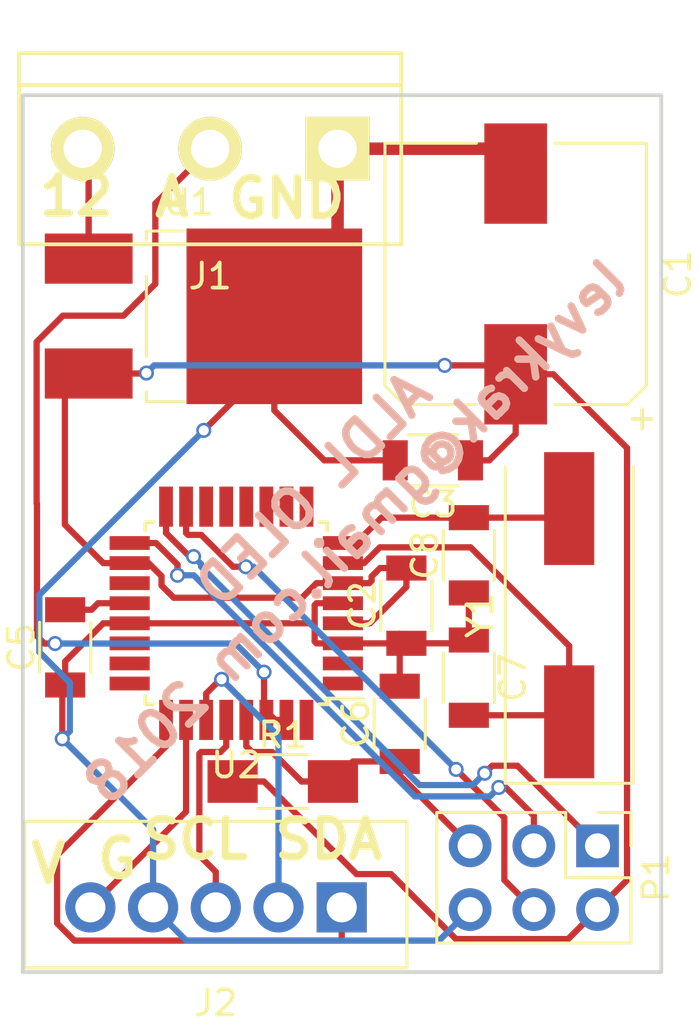
<source format=kicad_pcb>
(kicad_pcb (version 20171130) (host pcbnew "(5.0.2)-1")

  (general
    (thickness 1.6)
    (drawings 13)
    (tracks 193)
    (zones 0)
    (modules 14)
    (nets 16)
  )

  (page A4)
  (layers
    (0 F.Cu signal)
    (31 B.Cu signal)
    (32 B.Adhes user)
    (33 F.Adhes user)
    (34 B.Paste user)
    (35 F.Paste user)
    (36 B.SilkS user)
    (37 F.SilkS user)
    (38 B.Mask user)
    (39 F.Mask user)
    (40 Dwgs.User user)
    (41 Cmts.User user)
    (42 Eco1.User user)
    (43 Eco2.User user)
    (44 Edge.Cuts user)
    (45 Margin user)
    (46 B.CrtYd user)
    (47 F.CrtYd user)
    (48 B.Fab user)
    (49 F.Fab user)
  )

  (setup
    (last_trace_width 0.25)
    (trace_clearance 0.2)
    (zone_clearance 0.508)
    (zone_45_only no)
    (trace_min 0.2)
    (segment_width 0.2)
    (edge_width 0.15)
    (via_size 0.6)
    (via_drill 0.4)
    (via_min_size 0.4)
    (via_min_drill 0.3)
    (uvia_size 0.3)
    (uvia_drill 0.1)
    (uvias_allowed no)
    (uvia_min_size 0.2)
    (uvia_min_drill 0.1)
    (pcb_text_width 0.3)
    (pcb_text_size 1.5 1.5)
    (mod_edge_width 0.15)
    (mod_text_size 1 1)
    (mod_text_width 0.15)
    (pad_size 1.524 1.524)
    (pad_drill 0.762)
    (pad_to_mask_clearance 0.2)
    (solder_mask_min_width 0.25)
    (aux_axis_origin 0 0)
    (visible_elements 7FFFEFFF)
    (pcbplotparams
      (layerselection 0x01fff_80000001)
      (usegerberextensions false)
      (usegerberattributes false)
      (usegerberadvancedattributes false)
      (creategerberjobfile false)
      (excludeedgelayer true)
      (linewidth 0.100000)
      (plotframeref false)
      (viasonmask false)
      (mode 1)
      (useauxorigin false)
      (hpglpennumber 1)
      (hpglpenspeed 20)
      (hpglpendiameter 15.000000)
      (psnegative false)
      (psa4output false)
      (plotreference true)
      (plotvalue true)
      (plotinvisibletext false)
      (padsonsilk false)
      (subtractmaskfromsilk false)
      (outputformat 1)
      (mirror false)
      (drillshape 0)
      (scaleselection 1)
      (outputdirectory "gerber/"))
  )

  (net 0 "")
  (net 1 +12V)
  (net 2 GND)
  (net 3 +5V)
  (net 4 "Net-(C5-Pad2)")
  (net 5 RST)
  (net 6 "Net-(C7-Pad2)")
  (net 7 "Net-(C8-Pad2)")
  (net 8 /ALDL)
  (net 9 /OLED2_PWR)
  (net 10 /SDA)
  (net 11 /SCL)
  (net 12 /OLED_PWR)
  (net 13 MISO)
  (net 14 SCK)
  (net 15 MOSI)

  (net_class Default "To jest domyślna klasa połączeń."
    (clearance 0.2)
    (trace_width 0.25)
    (via_dia 0.6)
    (via_drill 0.4)
    (uvia_dia 0.3)
    (uvia_drill 0.1)
    (add_net +12V)
    (add_net +5V)
    (add_net /ALDL)
    (add_net /OLED2_PWR)
    (add_net /OLED_PWR)
    (add_net /SCL)
    (add_net /SDA)
    (add_net GND)
    (add_net MISO)
    (add_net MOSI)
    (add_net "Net-(C5-Pad2)")
    (add_net "Net-(C7-Pad2)")
    (add_net "Net-(C8-Pad2)")
    (add_net RST)
    (add_net SCK)
  )

  (module TO_SOT_Packages_SMD:TO-252-2_Rectifier (layer F.Cu) (tedit 59007EE9) (tstamp 5BED7227)
    (at 109.6137 57.4294)
    (descr TO-252-2)
    (tags "TO-252-2 Rectifier")
    (path /5BED7AE2)
    (attr smd)
    (fp_text reference U1 (at -0.575 -4.55) (layer F.SilkS)
      (effects (font (size 1 1) (thickness 0.15)))
    )
    (fp_text value LM7805 (at -0.625 4.8) (layer F.Fab)
      (effects (font (size 1 1) (thickness 0.15)))
    )
    (fp_text user %R (at -0.05 0) (layer F.Fab)
      (effects (font (size 1 1) (thickness 0.15)))
    )
    (fp_line (start -2.275 -3.05) (end -2.275 -3.4) (layer F.SilkS) (width 0.12))
    (fp_line (start -2.275 -3.4) (end -0.775 -3.4) (layer F.SilkS) (width 0.12))
    (fp_line (start -2.275 1.6) (end -2.275 -1.6) (layer F.SilkS) (width 0.12))
    (fp_line (start -0.775 3.4) (end -2.275 3.4) (layer F.SilkS) (width 0.12))
    (fp_line (start -2.275 3.4) (end -2.275 3) (layer F.SilkS) (width 0.12))
    (fp_line (start 3.805 -2.71) (end 5.005 -2.71) (layer F.Fab) (width 0.1))
    (fp_line (start 5.005 -2.71) (end 5.005 2.71) (layer F.Fab) (width 0.1))
    (fp_line (start 5.005 2.71) (end 3.795 2.71) (layer F.Fab) (width 0.1))
    (fp_line (start -2.195 1.73) (end -5.105 1.73) (layer F.Fab) (width 0.1))
    (fp_line (start -5.105 2.87) (end -2.195 2.87) (layer F.Fab) (width 0.1))
    (fp_line (start -5.105 1.73) (end -5.105 2.87) (layer F.Fab) (width 0.1))
    (fp_line (start -5.105 -2.87) (end -5.105 -1.73) (layer F.Fab) (width 0.1))
    (fp_line (start -5.105 -1.73) (end -2.195 -1.73) (layer F.Fab) (width 0.1))
    (fp_line (start -2.195 -2.87) (end -5.105 -2.87) (layer F.Fab) (width 0.1))
    (fp_line (start -2.195 3.35) (end 3.795 3.35) (layer F.Fab) (width 0.1))
    (fp_line (start 3.795 3.35) (end 3.795 -3.35) (layer F.Fab) (width 0.1))
    (fp_line (start 3.795 -3.35) (end -2.195 -3.35) (layer F.Fab) (width 0.1))
    (fp_line (start -2.195 3.35) (end -2.195 -3.35) (layer F.Fab) (width 0.1))
    (fp_line (start 6.58 -3.75) (end 6.58 3.75) (layer F.CrtYd) (width 0.05))
    (fp_line (start 6.58 -3.75) (end -6.58 -3.75) (layer F.CrtYd) (width 0.05))
    (fp_line (start -6.58 3.75) (end 6.58 3.75) (layer F.CrtYd) (width 0.05))
    (fp_line (start -6.58 3.75) (end -6.58 -3.75) (layer F.CrtYd) (width 0.05))
    (pad 1 smd rect (at -4.575 -2.3 270) (size 2 3.5) (layers F.Cu F.Paste F.Mask)
      (net 1 +12V))
    (pad 3 smd rect (at -4.575 2.28 270) (size 2 3.5) (layers F.Cu F.Paste F.Mask)
      (net 3 +5V))
    (pad 2 smd rect (at 2.825 0 270) (size 7 7) (layers F.Cu F.Paste F.Mask)
      (net 2 GND))
    (model ${KISYS3DMOD}/TO_SOT_Packages_SMD.3dshapes\TO-252-2.wrl
      (at (xyz 0 0 0))
      (scale (xyz 1 1 1))
      (rotate (xyz 0 0 0))
    )
  )

  (module Connectors:Wafer_Vertical15x5.8x7RM2.5-5 (layer F.Cu) (tedit 556C2A98) (tstamp 5BED7214)
    (at 115.1255 80.9879 180)
    (descr "Gold-Tek vertical wafer connector with 2.5mm pitch")
    (tags "wafer connector vertical")
    (path /5BED4FD0)
    (fp_text reference J2 (at 5.02 -3.81 180) (layer F.SilkS)
      (effects (font (size 1 1) (thickness 0.15)))
    )
    (fp_text value wyswietlacz (at 5.02 5.08 180) (layer F.Fab)
      (effects (font (size 1 1) (thickness 0.15)))
    )
    (fp_line (start -3 -2.75) (end 12.95 -2.75) (layer F.CrtYd) (width 0.05))
    (fp_line (start 12.95 -2.75) (end 12.95 3.8) (layer F.CrtYd) (width 0.05))
    (fp_line (start 12.95 3.8) (end -3 3.8) (layer F.CrtYd) (width 0.05))
    (fp_line (start -3 3.8) (end -3 -2.75) (layer F.CrtYd) (width 0.05))
    (fp_line (start 12.64 3.43) (end -2.6 3.43) (layer F.SilkS) (width 0.12))
    (fp_line (start -2.6 -2.41) (end 12.64 -2.41) (layer F.SilkS) (width 0.12))
    (fp_line (start 12.64 -2.41) (end 12.64 3.43) (layer F.SilkS) (width 0.12))
    (fp_line (start -2.6 -2.41) (end -2.6 3.43) (layer F.SilkS) (width 0.12))
    (pad 1 thru_hole rect (at 0 0 180) (size 2 2) (drill 1.2) (layers *.Cu *.Mask)
      (net 9 /OLED2_PWR))
    (pad 2 thru_hole circle (at 2.52 0 180) (size 2 2) (drill 1.2) (layers *.Cu *.Mask)
      (net 10 /SDA))
    (pad 3 thru_hole circle (at 5.02 0 180) (size 2 2) (drill 1.2) (layers *.Cu *.Mask)
      (net 11 /SCL))
    (pad 4 thru_hole circle (at 7.52 0 180) (size 2 2) (drill 1.2) (layers *.Cu *.Mask)
      (net 2 GND))
    (pad 5 thru_hole circle (at 10.02 0 180) (size 2 2) (drill 1.2) (layers *.Cu *.Mask)
      (net 12 /OLED_PWR))
    (model ${KISYS3DMOD}/Connectors.3dshapes/Wafer_Vertical15x5.8x7RM2.5-5.wrl
      (at (xyz 0 0 0))
      (scale (xyz 4 4 4))
      (rotate (xyz 0 0 0))
    )
  )

  (module Capacitors_SMD:CP_Elec_10x10 (layer F.Cu) (tedit 58AA9194) (tstamp 5BED71DA)
    (at 122.0597 55.7403 90)
    (descr "SMT capacitor, aluminium electrolytic, 10x10")
    (path /5BED5765)
    (attr smd)
    (fp_text reference C1 (at 0 6.46 90) (layer F.SilkS)
      (effects (font (size 1 1) (thickness 0.15)))
    )
    (fp_text value 470uF (at 0 -6.46 90) (layer F.Fab)
      (effects (font (size 1 1) (thickness 0.15)))
    )
    (fp_circle (center 0 0) (end 0.1 5) (layer F.Fab) (width 0.1))
    (fp_text user + (at -2.91 -0.08 90) (layer F.Fab)
      (effects (font (size 1 1) (thickness 0.15)))
    )
    (fp_text user + (at -5.78 4.97 90) (layer F.SilkS)
      (effects (font (size 1 1) (thickness 0.15)))
    )
    (fp_text user %R (at 0 6.46 90) (layer F.Fab)
      (effects (font (size 1 1) (thickness 0.15)))
    )
    (fp_line (start -5.21 -4.45) (end -5.21 -1.56) (layer F.SilkS) (width 0.12))
    (fp_line (start -5.21 4.45) (end -5.21 1.56) (layer F.SilkS) (width 0.12))
    (fp_line (start 5.21 5.21) (end 5.21 1.56) (layer F.SilkS) (width 0.12))
    (fp_line (start 5.21 -5.21) (end 5.21 -1.56) (layer F.SilkS) (width 0.12))
    (fp_line (start 5.05 5.05) (end 5.05 -5.05) (layer F.Fab) (width 0.1))
    (fp_line (start -4.38 5.05) (end 5.05 5.05) (layer F.Fab) (width 0.1))
    (fp_line (start -5.05 4.38) (end -4.38 5.05) (layer F.Fab) (width 0.1))
    (fp_line (start -5.05 -4.38) (end -5.05 4.38) (layer F.Fab) (width 0.1))
    (fp_line (start -4.38 -5.05) (end -5.05 -4.38) (layer F.Fab) (width 0.1))
    (fp_line (start 5.05 -5.05) (end -4.38 -5.05) (layer F.Fab) (width 0.1))
    (fp_line (start 5.21 5.21) (end -4.45 5.21) (layer F.SilkS) (width 0.12))
    (fp_line (start -4.45 5.21) (end -5.21 4.45) (layer F.SilkS) (width 0.12))
    (fp_line (start -5.21 -4.45) (end -4.45 -5.21) (layer F.SilkS) (width 0.12))
    (fp_line (start -4.45 -5.21) (end 5.21 -5.21) (layer F.SilkS) (width 0.12))
    (fp_line (start -6.25 -5.31) (end 6.25 -5.31) (layer F.CrtYd) (width 0.05))
    (fp_line (start -6.25 -5.31) (end -6.25 5.3) (layer F.CrtYd) (width 0.05))
    (fp_line (start 6.25 5.3) (end 6.25 -5.31) (layer F.CrtYd) (width 0.05))
    (fp_line (start 6.25 5.3) (end -6.25 5.3) (layer F.CrtYd) (width 0.05))
    (pad 1 smd rect (at -4 0 270) (size 4 2.5) (layers F.Cu F.Paste F.Mask)
      (net 3 +5V))
    (pad 2 smd rect (at 4 0 270) (size 4 2.5) (layers F.Cu F.Paste F.Mask)
      (net 2 GND))
    (model Capacitors_SMD.3dshapes/CP_Elec_10x10.wrl
      (at (xyz 0 0 0))
      (scale (xyz 1 1 1))
      (rotate (xyz 0 0 180))
    )
  )

  (module Capacitors_SMD:C_1206 (layer F.Cu) (tedit 58AA84B8) (tstamp 5BED71E0)
    (at 117.7036 68.9624 90)
    (descr "Capacitor SMD 1206, reflow soldering, AVX (see smccp.pdf)")
    (tags "capacitor 1206")
    (path /5BED578E)
    (attr smd)
    (fp_text reference C2 (at 0 -1.75 90) (layer F.SilkS)
      (effects (font (size 1 1) (thickness 0.15)))
    )
    (fp_text value 100nF (at 0 2 90) (layer F.Fab)
      (effects (font (size 1 1) (thickness 0.15)))
    )
    (fp_text user %R (at 0 -1.75 90) (layer F.Fab)
      (effects (font (size 1 1) (thickness 0.15)))
    )
    (fp_line (start -1.6 0.8) (end -1.6 -0.8) (layer F.Fab) (width 0.1))
    (fp_line (start 1.6 0.8) (end -1.6 0.8) (layer F.Fab) (width 0.1))
    (fp_line (start 1.6 -0.8) (end 1.6 0.8) (layer F.Fab) (width 0.1))
    (fp_line (start -1.6 -0.8) (end 1.6 -0.8) (layer F.Fab) (width 0.1))
    (fp_line (start 1 -1.02) (end -1 -1.02) (layer F.SilkS) (width 0.12))
    (fp_line (start -1 1.02) (end 1 1.02) (layer F.SilkS) (width 0.12))
    (fp_line (start -2.25 -1.05) (end 2.25 -1.05) (layer F.CrtYd) (width 0.05))
    (fp_line (start -2.25 -1.05) (end -2.25 1.05) (layer F.CrtYd) (width 0.05))
    (fp_line (start 2.25 1.05) (end 2.25 -1.05) (layer F.CrtYd) (width 0.05))
    (fp_line (start 2.25 1.05) (end -2.25 1.05) (layer F.CrtYd) (width 0.05))
    (pad 1 smd rect (at -1.5 0 90) (size 1 1.6) (layers F.Cu F.Paste F.Mask)
      (net 2 GND))
    (pad 2 smd rect (at 1.5 0 90) (size 1 1.6) (layers F.Cu F.Paste F.Mask)
      (net 3 +5V))
    (model Capacitors_SMD.3dshapes/C_1206.wrl
      (at (xyz 0 0 0))
      (scale (xyz 1 1 1))
      (rotate (xyz 0 0 0))
    )
  )

  (module Capacitors_SMD:C_1206 (layer F.Cu) (tedit 58AA84B8) (tstamp 5BED71E6)
    (at 118.7577 63.1698 180)
    (descr "Capacitor SMD 1206, reflow soldering, AVX (see smccp.pdf)")
    (tags "capacitor 1206")
    (path /5BEDB550)
    (attr smd)
    (fp_text reference C3 (at 0 -1.75 180) (layer F.SilkS)
      (effects (font (size 1 1) (thickness 0.15)))
    )
    (fp_text value 100nF (at 0 2 180) (layer F.Fab)
      (effects (font (size 1 1) (thickness 0.15)))
    )
    (fp_text user %R (at 0 -1.75 180) (layer F.Fab)
      (effects (font (size 1 1) (thickness 0.15)))
    )
    (fp_line (start -1.6 0.8) (end -1.6 -0.8) (layer F.Fab) (width 0.1))
    (fp_line (start 1.6 0.8) (end -1.6 0.8) (layer F.Fab) (width 0.1))
    (fp_line (start 1.6 -0.8) (end 1.6 0.8) (layer F.Fab) (width 0.1))
    (fp_line (start -1.6 -0.8) (end 1.6 -0.8) (layer F.Fab) (width 0.1))
    (fp_line (start 1 -1.02) (end -1 -1.02) (layer F.SilkS) (width 0.12))
    (fp_line (start -1 1.02) (end 1 1.02) (layer F.SilkS) (width 0.12))
    (fp_line (start -2.25 -1.05) (end 2.25 -1.05) (layer F.CrtYd) (width 0.05))
    (fp_line (start -2.25 -1.05) (end -2.25 1.05) (layer F.CrtYd) (width 0.05))
    (fp_line (start 2.25 1.05) (end 2.25 -1.05) (layer F.CrtYd) (width 0.05))
    (fp_line (start 2.25 1.05) (end -2.25 1.05) (layer F.CrtYd) (width 0.05))
    (pad 1 smd rect (at -1.5 0 180) (size 1 1.6) (layers F.Cu F.Paste F.Mask)
      (net 3 +5V))
    (pad 2 smd rect (at 1.5 0 180) (size 1 1.6) (layers F.Cu F.Paste F.Mask)
      (net 2 GND))
    (model Capacitors_SMD.3dshapes/C_1206.wrl
      (at (xyz 0 0 0))
      (scale (xyz 1 1 1))
      (rotate (xyz 0 0 0))
    )
  )

  (module Capacitors_SMD:C_1206 (layer F.Cu) (tedit 58AA84B8) (tstamp 5BED71F2)
    (at 104.1019 70.6247 90)
    (descr "Capacitor SMD 1206, reflow soldering, AVX (see smccp.pdf)")
    (tags "capacitor 1206")
    (path /5BEDE0D7)
    (attr smd)
    (fp_text reference C5 (at 0 -1.75 90) (layer F.SilkS)
      (effects (font (size 1 1) (thickness 0.15)))
    )
    (fp_text value 100nF (at 0 2 90) (layer F.Fab)
      (effects (font (size 1 1) (thickness 0.15)))
    )
    (fp_text user %R (at 0 -1.75 90) (layer F.Fab)
      (effects (font (size 1 1) (thickness 0.15)))
    )
    (fp_line (start -1.6 0.8) (end -1.6 -0.8) (layer F.Fab) (width 0.1))
    (fp_line (start 1.6 0.8) (end -1.6 0.8) (layer F.Fab) (width 0.1))
    (fp_line (start 1.6 -0.8) (end 1.6 0.8) (layer F.Fab) (width 0.1))
    (fp_line (start -1.6 -0.8) (end 1.6 -0.8) (layer F.Fab) (width 0.1))
    (fp_line (start 1 -1.02) (end -1 -1.02) (layer F.SilkS) (width 0.12))
    (fp_line (start -1 1.02) (end 1 1.02) (layer F.SilkS) (width 0.12))
    (fp_line (start -2.25 -1.05) (end 2.25 -1.05) (layer F.CrtYd) (width 0.05))
    (fp_line (start -2.25 -1.05) (end -2.25 1.05) (layer F.CrtYd) (width 0.05))
    (fp_line (start 2.25 1.05) (end 2.25 -1.05) (layer F.CrtYd) (width 0.05))
    (fp_line (start 2.25 1.05) (end -2.25 1.05) (layer F.CrtYd) (width 0.05))
    (pad 1 smd rect (at -1.5 0 90) (size 1 1.6) (layers F.Cu F.Paste F.Mask)
      (net 2 GND))
    (pad 2 smd rect (at 1.5 0 90) (size 1 1.6) (layers F.Cu F.Paste F.Mask)
      (net 4 "Net-(C5-Pad2)"))
    (model Capacitors_SMD.3dshapes/C_1206.wrl
      (at (xyz 0 0 0))
      (scale (xyz 1 1 1))
      (rotate (xyz 0 0 0))
    )
  )

  (module Capacitors_SMD:C_1206 (layer F.Cu) (tedit 58AA84B8) (tstamp 5BED71F8)
    (at 117.4369 73.6727 90)
    (descr "Capacitor SMD 1206, reflow soldering, AVX (see smccp.pdf)")
    (tags "capacitor 1206")
    (path /5BED5759)
    (attr smd)
    (fp_text reference C6 (at 0 -1.75 90) (layer F.SilkS)
      (effects (font (size 1 1) (thickness 0.15)))
    )
    (fp_text value 100nF (at 0 2 90) (layer F.Fab)
      (effects (font (size 1 1) (thickness 0.15)))
    )
    (fp_text user %R (at 0 -1.75 90) (layer F.Fab)
      (effects (font (size 1 1) (thickness 0.15)))
    )
    (fp_line (start -1.6 0.8) (end -1.6 -0.8) (layer F.Fab) (width 0.1))
    (fp_line (start 1.6 0.8) (end -1.6 0.8) (layer F.Fab) (width 0.1))
    (fp_line (start 1.6 -0.8) (end 1.6 0.8) (layer F.Fab) (width 0.1))
    (fp_line (start -1.6 -0.8) (end 1.6 -0.8) (layer F.Fab) (width 0.1))
    (fp_line (start 1 -1.02) (end -1 -1.02) (layer F.SilkS) (width 0.12))
    (fp_line (start -1 1.02) (end 1 1.02) (layer F.SilkS) (width 0.12))
    (fp_line (start -2.25 -1.05) (end 2.25 -1.05) (layer F.CrtYd) (width 0.05))
    (fp_line (start -2.25 -1.05) (end -2.25 1.05) (layer F.CrtYd) (width 0.05))
    (fp_line (start 2.25 1.05) (end 2.25 -1.05) (layer F.CrtYd) (width 0.05))
    (fp_line (start 2.25 1.05) (end -2.25 1.05) (layer F.CrtYd) (width 0.05))
    (pad 1 smd rect (at -1.5 0 90) (size 1 1.6) (layers F.Cu F.Paste F.Mask)
      (net 5 RST))
    (pad 2 smd rect (at 1.5 0 90) (size 1 1.6) (layers F.Cu F.Paste F.Mask)
      (net 2 GND))
    (model Capacitors_SMD.3dshapes/C_1206.wrl
      (at (xyz 0 0 0))
      (scale (xyz 1 1 1))
      (rotate (xyz 0 0 0))
    )
  )

  (module Capacitors_SMD:C_1206 (layer F.Cu) (tedit 58AA84B8) (tstamp 5BED71FE)
    (at 120.1928 71.8312 270)
    (descr "Capacitor SMD 1206, reflow soldering, AVX (see smccp.pdf)")
    (tags "capacitor 1206")
    (path /5BED4CA2)
    (attr smd)
    (fp_text reference C7 (at 0 -1.75 270) (layer F.SilkS)
      (effects (font (size 1 1) (thickness 0.15)))
    )
    (fp_text value 27pF (at 0 2 270) (layer F.Fab)
      (effects (font (size 1 1) (thickness 0.15)))
    )
    (fp_text user %R (at 0 -1.75 270) (layer F.Fab)
      (effects (font (size 1 1) (thickness 0.15)))
    )
    (fp_line (start -1.6 0.8) (end -1.6 -0.8) (layer F.Fab) (width 0.1))
    (fp_line (start 1.6 0.8) (end -1.6 0.8) (layer F.Fab) (width 0.1))
    (fp_line (start 1.6 -0.8) (end 1.6 0.8) (layer F.Fab) (width 0.1))
    (fp_line (start -1.6 -0.8) (end 1.6 -0.8) (layer F.Fab) (width 0.1))
    (fp_line (start 1 -1.02) (end -1 -1.02) (layer F.SilkS) (width 0.12))
    (fp_line (start -1 1.02) (end 1 1.02) (layer F.SilkS) (width 0.12))
    (fp_line (start -2.25 -1.05) (end 2.25 -1.05) (layer F.CrtYd) (width 0.05))
    (fp_line (start -2.25 -1.05) (end -2.25 1.05) (layer F.CrtYd) (width 0.05))
    (fp_line (start 2.25 1.05) (end 2.25 -1.05) (layer F.CrtYd) (width 0.05))
    (fp_line (start 2.25 1.05) (end -2.25 1.05) (layer F.CrtYd) (width 0.05))
    (pad 1 smd rect (at -1.5 0 270) (size 1 1.6) (layers F.Cu F.Paste F.Mask)
      (net 2 GND))
    (pad 2 smd rect (at 1.5 0 270) (size 1 1.6) (layers F.Cu F.Paste F.Mask)
      (net 6 "Net-(C7-Pad2)"))
    (model Capacitors_SMD.3dshapes/C_1206.wrl
      (at (xyz 0 0 0))
      (scale (xyz 1 1 1))
      (rotate (xyz 0 0 0))
    )
  )

  (module Capacitors_SMD:C_1206 (layer F.Cu) (tedit 58AA84B8) (tstamp 5BED7204)
    (at 120.1928 66.9544 90)
    (descr "Capacitor SMD 1206, reflow soldering, AVX (see smccp.pdf)")
    (tags "capacitor 1206")
    (path /5BED4D1C)
    (attr smd)
    (fp_text reference C8 (at 0 -1.75 90) (layer F.SilkS)
      (effects (font (size 1 1) (thickness 0.15)))
    )
    (fp_text value 27pF (at 0 2 90) (layer F.Fab)
      (effects (font (size 1 1) (thickness 0.15)))
    )
    (fp_text user %R (at 0 -1.75 90) (layer F.Fab)
      (effects (font (size 1 1) (thickness 0.15)))
    )
    (fp_line (start -1.6 0.8) (end -1.6 -0.8) (layer F.Fab) (width 0.1))
    (fp_line (start 1.6 0.8) (end -1.6 0.8) (layer F.Fab) (width 0.1))
    (fp_line (start 1.6 -0.8) (end 1.6 0.8) (layer F.Fab) (width 0.1))
    (fp_line (start -1.6 -0.8) (end 1.6 -0.8) (layer F.Fab) (width 0.1))
    (fp_line (start 1 -1.02) (end -1 -1.02) (layer F.SilkS) (width 0.12))
    (fp_line (start -1 1.02) (end 1 1.02) (layer F.SilkS) (width 0.12))
    (fp_line (start -2.25 -1.05) (end 2.25 -1.05) (layer F.CrtYd) (width 0.05))
    (fp_line (start -2.25 -1.05) (end -2.25 1.05) (layer F.CrtYd) (width 0.05))
    (fp_line (start 2.25 1.05) (end 2.25 -1.05) (layer F.CrtYd) (width 0.05))
    (fp_line (start 2.25 1.05) (end -2.25 1.05) (layer F.CrtYd) (width 0.05))
    (pad 1 smd rect (at -1.5 0 90) (size 1 1.6) (layers F.Cu F.Paste F.Mask)
      (net 2 GND))
    (pad 2 smd rect (at 1.5 0 90) (size 1 1.6) (layers F.Cu F.Paste F.Mask)
      (net 7 "Net-(C8-Pad2)"))
    (model Capacitors_SMD.3dshapes/C_1206.wrl
      (at (xyz 0 0 0))
      (scale (xyz 1 1 1))
      (rotate (xyz 0 0 0))
    )
  )

  (module Resistors_SMD:R_1206_HandSoldering (layer F.Cu) (tedit 58E0A804) (tstamp 5BED721A)
    (at 112.776 75.9714)
    (descr "Resistor SMD 1206, hand soldering")
    (tags "resistor 1206")
    (path /5BED574E)
    (attr smd)
    (fp_text reference R1 (at 0 -1.85) (layer F.SilkS)
      (effects (font (size 1 1) (thickness 0.15)))
    )
    (fp_text value 10k (at 0 1.9) (layer F.Fab)
      (effects (font (size 1 1) (thickness 0.15)))
    )
    (fp_text user %R (at 0 0) (layer F.Fab)
      (effects (font (size 0.7 0.7) (thickness 0.105)))
    )
    (fp_line (start -1.6 0.8) (end -1.6 -0.8) (layer F.Fab) (width 0.1))
    (fp_line (start 1.6 0.8) (end -1.6 0.8) (layer F.Fab) (width 0.1))
    (fp_line (start 1.6 -0.8) (end 1.6 0.8) (layer F.Fab) (width 0.1))
    (fp_line (start -1.6 -0.8) (end 1.6 -0.8) (layer F.Fab) (width 0.1))
    (fp_line (start 1 1.07) (end -1 1.07) (layer F.SilkS) (width 0.12))
    (fp_line (start -1 -1.07) (end 1 -1.07) (layer F.SilkS) (width 0.12))
    (fp_line (start -3.25 -1.11) (end 3.25 -1.11) (layer F.CrtYd) (width 0.05))
    (fp_line (start -3.25 -1.11) (end -3.25 1.1) (layer F.CrtYd) (width 0.05))
    (fp_line (start 3.25 1.1) (end 3.25 -1.11) (layer F.CrtYd) (width 0.05))
    (fp_line (start 3.25 1.1) (end -3.25 1.1) (layer F.CrtYd) (width 0.05))
    (pad 1 smd rect (at -2 0) (size 2 1.7) (layers F.Cu F.Paste F.Mask)
      (net 3 +5V))
    (pad 2 smd rect (at 2 0) (size 2 1.7) (layers F.Cu F.Paste F.Mask)
      (net 5 RST))
    (model ${KISYS3DMOD}/Resistors_SMD.3dshapes/R_1206.wrl
      (at (xyz 0 0 0))
      (scale (xyz 1 1 1))
      (rotate (xyz 0 0 0))
    )
  )

  (module Housings_QFP:TQFP-32_7x7mm_Pitch0.8mm (layer F.Cu) (tedit 58CC9A48) (tstamp 5BED724B)
    (at 110.9218 69.2658 180)
    (descr "32-Lead Plastic Thin Quad Flatpack (PT) - 7x7x1.0 mm Body, 2.00 mm [TQFP] (see Microchip Packaging Specification 00000049BS.pdf)")
    (tags "QFP 0.8")
    (path /5BED4AFC)
    (attr smd)
    (fp_text reference U2 (at 0 -6.05 180) (layer F.SilkS)
      (effects (font (size 1 1) (thickness 0.15)))
    )
    (fp_text value ATMEGA328P-AU (at 0 6.05 180) (layer F.Fab)
      (effects (font (size 1 1) (thickness 0.15)))
    )
    (fp_text user %R (at 0 0 180) (layer F.Fab)
      (effects (font (size 1 1) (thickness 0.15)))
    )
    (fp_line (start -2.5 -3.5) (end 3.5 -3.5) (layer F.Fab) (width 0.15))
    (fp_line (start 3.5 -3.5) (end 3.5 3.5) (layer F.Fab) (width 0.15))
    (fp_line (start 3.5 3.5) (end -3.5 3.5) (layer F.Fab) (width 0.15))
    (fp_line (start -3.5 3.5) (end -3.5 -2.5) (layer F.Fab) (width 0.15))
    (fp_line (start -3.5 -2.5) (end -2.5 -3.5) (layer F.Fab) (width 0.15))
    (fp_line (start -5.3 -5.3) (end -5.3 5.3) (layer F.CrtYd) (width 0.05))
    (fp_line (start 5.3 -5.3) (end 5.3 5.3) (layer F.CrtYd) (width 0.05))
    (fp_line (start -5.3 -5.3) (end 5.3 -5.3) (layer F.CrtYd) (width 0.05))
    (fp_line (start -5.3 5.3) (end 5.3 5.3) (layer F.CrtYd) (width 0.05))
    (fp_line (start -3.625 -3.625) (end -3.625 -3.4) (layer F.SilkS) (width 0.15))
    (fp_line (start 3.625 -3.625) (end 3.625 -3.3) (layer F.SilkS) (width 0.15))
    (fp_line (start 3.625 3.625) (end 3.625 3.3) (layer F.SilkS) (width 0.15))
    (fp_line (start -3.625 3.625) (end -3.625 3.3) (layer F.SilkS) (width 0.15))
    (fp_line (start -3.625 -3.625) (end -3.3 -3.625) (layer F.SilkS) (width 0.15))
    (fp_line (start -3.625 3.625) (end -3.3 3.625) (layer F.SilkS) (width 0.15))
    (fp_line (start 3.625 3.625) (end 3.3 3.625) (layer F.SilkS) (width 0.15))
    (fp_line (start 3.625 -3.625) (end 3.3 -3.625) (layer F.SilkS) (width 0.15))
    (fp_line (start -3.625 -3.4) (end -5.05 -3.4) (layer F.SilkS) (width 0.15))
    (pad 1 smd rect (at -4.25 -2.8 180) (size 1.6 0.55) (layers F.Cu F.Paste F.Mask))
    (pad 2 smd rect (at -4.25 -2 180) (size 1.6 0.55) (layers F.Cu F.Paste F.Mask))
    (pad 3 smd rect (at -4.25 -1.2 180) (size 1.6 0.55) (layers F.Cu F.Paste F.Mask)
      (net 2 GND))
    (pad 4 smd rect (at -4.25 -0.4 180) (size 1.6 0.55) (layers F.Cu F.Paste F.Mask)
      (net 3 +5V))
    (pad 5 smd rect (at -4.25 0.4 180) (size 1.6 0.55) (layers F.Cu F.Paste F.Mask)
      (net 2 GND))
    (pad 6 smd rect (at -4.25 1.2 180) (size 1.6 0.55) (layers F.Cu F.Paste F.Mask)
      (net 3 +5V))
    (pad 7 smd rect (at -4.25 2 180) (size 1.6 0.55) (layers F.Cu F.Paste F.Mask)
      (net 6 "Net-(C7-Pad2)"))
    (pad 8 smd rect (at -4.25 2.8 180) (size 1.6 0.55) (layers F.Cu F.Paste F.Mask)
      (net 7 "Net-(C8-Pad2)"))
    (pad 9 smd rect (at -2.8 4.25 270) (size 1.6 0.55) (layers F.Cu F.Paste F.Mask))
    (pad 10 smd rect (at -2 4.25 270) (size 1.6 0.55) (layers F.Cu F.Paste F.Mask))
    (pad 11 smd rect (at -1.2 4.25 270) (size 1.6 0.55) (layers F.Cu F.Paste F.Mask))
    (pad 12 smd rect (at -0.4 4.25 270) (size 1.6 0.55) (layers F.Cu F.Paste F.Mask))
    (pad 13 smd rect (at 0.4 4.25 270) (size 1.6 0.55) (layers F.Cu F.Paste F.Mask))
    (pad 14 smd rect (at 1.2 4.25 270) (size 1.6 0.55) (layers F.Cu F.Paste F.Mask))
    (pad 15 smd rect (at 2 4.25 270) (size 1.6 0.55) (layers F.Cu F.Paste F.Mask)
      (net 15 MOSI))
    (pad 16 smd rect (at 2.8 4.25 270) (size 1.6 0.55) (layers F.Cu F.Paste F.Mask)
      (net 13 MISO))
    (pad 17 smd rect (at 4.25 2.8 180) (size 1.6 0.55) (layers F.Cu F.Paste F.Mask)
      (net 14 SCK))
    (pad 18 smd rect (at 4.25 2 180) (size 1.6 0.55) (layers F.Cu F.Paste F.Mask)
      (net 3 +5V))
    (pad 19 smd rect (at 4.25 1.2 180) (size 1.6 0.55) (layers F.Cu F.Paste F.Mask))
    (pad 20 smd rect (at 4.25 0.4 180) (size 1.6 0.55) (layers F.Cu F.Paste F.Mask)
      (net 4 "Net-(C5-Pad2)"))
    (pad 21 smd rect (at 4.25 -0.4 180) (size 1.6 0.55) (layers F.Cu F.Paste F.Mask)
      (net 2 GND))
    (pad 22 smd rect (at 4.25 -1.2 180) (size 1.6 0.55) (layers F.Cu F.Paste F.Mask))
    (pad 23 smd rect (at 4.25 -2 180) (size 1.6 0.55) (layers F.Cu F.Paste F.Mask))
    (pad 24 smd rect (at 4.25 -2.8 180) (size 1.6 0.55) (layers F.Cu F.Paste F.Mask))
    (pad 25 smd rect (at 2.8 -4.25 270) (size 1.6 0.55) (layers F.Cu F.Paste F.Mask)
      (net 9 /OLED2_PWR))
    (pad 26 smd rect (at 2 -4.25 270) (size 1.6 0.55) (layers F.Cu F.Paste F.Mask)
      (net 12 /OLED_PWR))
    (pad 27 smd rect (at 1.2 -4.25 270) (size 1.6 0.55) (layers F.Cu F.Paste F.Mask)
      (net 10 /SDA))
    (pad 28 smd rect (at 0.4 -4.25 270) (size 1.6 0.55) (layers F.Cu F.Paste F.Mask)
      (net 11 /SCL))
    (pad 29 smd rect (at -0.4 -4.25 270) (size 1.6 0.55) (layers F.Cu F.Paste F.Mask)
      (net 5 RST))
    (pad 30 smd rect (at -1.2 -4.25 270) (size 1.6 0.55) (layers F.Cu F.Paste F.Mask)
      (net 8 /ALDL))
    (pad 31 smd rect (at -2 -4.25 270) (size 1.6 0.55) (layers F.Cu F.Paste F.Mask)
      (net 8 /ALDL))
    (pad 32 smd rect (at -2.8 -4.25 270) (size 1.6 0.55) (layers F.Cu F.Paste F.Mask))
    (model ${KISYS3DMOD}/Housings_QFP.3dshapes/TQFP-32_7x7mm_Pitch0.8mm.wrl
      (at (xyz 0 0 0))
      (scale (xyz 1 1 1))
      (rotate (xyz 0 0 0))
    )
  )

  (module Crystals:Crystal_SMD_HC49-SD (layer F.Cu) (tedit 58CD2E9D) (tstamp 5BED7251)
    (at 124.1933 69.342 90)
    (descr "SMD Crystal HC-49-SD http://cdn-reichelt.de/documents/datenblatt/B400/xxx-HC49-SMD.pdf, 11.4x4.7mm^2 package")
    (tags "SMD SMT crystal")
    (path /5BED4B49)
    (attr smd)
    (fp_text reference Y1 (at 0 -3.55 90) (layer F.SilkS)
      (effects (font (size 1 1) (thickness 0.15)))
    )
    (fp_text value 16MHz (at 0 3.55 90) (layer F.Fab)
      (effects (font (size 1 1) (thickness 0.15)))
    )
    (fp_text user %R (at 0 0 90) (layer F.Fab)
      (effects (font (size 1 1) (thickness 0.15)))
    )
    (fp_line (start -5.7 -2.35) (end -5.7 2.35) (layer F.Fab) (width 0.1))
    (fp_line (start -5.7 2.35) (end 5.7 2.35) (layer F.Fab) (width 0.1))
    (fp_line (start 5.7 2.35) (end 5.7 -2.35) (layer F.Fab) (width 0.1))
    (fp_line (start 5.7 -2.35) (end -5.7 -2.35) (layer F.Fab) (width 0.1))
    (fp_line (start -3.015 -2.115) (end 3.015 -2.115) (layer F.Fab) (width 0.1))
    (fp_line (start -3.015 2.115) (end 3.015 2.115) (layer F.Fab) (width 0.1))
    (fp_line (start 5.9 -2.55) (end -6.7 -2.55) (layer F.SilkS) (width 0.12))
    (fp_line (start -6.7 -2.55) (end -6.7 2.55) (layer F.SilkS) (width 0.12))
    (fp_line (start -6.7 2.55) (end 5.9 2.55) (layer F.SilkS) (width 0.12))
    (fp_line (start -6.8 -2.6) (end -6.8 2.6) (layer F.CrtYd) (width 0.05))
    (fp_line (start -6.8 2.6) (end 6.8 2.6) (layer F.CrtYd) (width 0.05))
    (fp_line (start 6.8 2.6) (end 6.8 -2.6) (layer F.CrtYd) (width 0.05))
    (fp_line (start 6.8 -2.6) (end -6.8 -2.6) (layer F.CrtYd) (width 0.05))
    (fp_arc (start -3.015 0) (end -3.015 -2.115) (angle -180) (layer F.Fab) (width 0.1))
    (fp_arc (start 3.015 0) (end 3.015 -2.115) (angle 180) (layer F.Fab) (width 0.1))
    (pad 1 smd rect (at -4.25 0 90) (size 4.5 2) (layers F.Cu F.Paste F.Mask)
      (net 6 "Net-(C7-Pad2)"))
    (pad 2 smd rect (at 4.25 0 90) (size 4.5 2) (layers F.Cu F.Paste F.Mask)
      (net 7 "Net-(C8-Pad2)"))
    (model ${KISYS3DMOD}/Crystals.3dshapes/Crystal_SMD_HC49-SD.wrl
      (at (xyz 0 0 0))
      (scale (xyz 1 1 1))
      (rotate (xyz 0 0 0))
    )
  )

  (module Pin_Headers:Pin_Header_Straight_2x03_Pitch2.54mm (layer F.Cu) (tedit 59650532) (tstamp 5BED73DA)
    (at 125.3236 78.5368 270)
    (descr "Through hole straight pin header, 2x03, 2.54mm pitch, double rows")
    (tags "Through hole pin header THT 2x03 2.54mm double row")
    (path /5BED5749)
    (fp_text reference P1 (at 1.27 -2.33 270) (layer F.SilkS)
      (effects (font (size 1 1) (thickness 0.15)))
    )
    (fp_text value CONN_3X2 (at 1.27 7.41 270) (layer F.Fab)
      (effects (font (size 1 1) (thickness 0.15)))
    )
    (fp_line (start 0 -1.27) (end 3.81 -1.27) (layer F.Fab) (width 0.1))
    (fp_line (start 3.81 -1.27) (end 3.81 6.35) (layer F.Fab) (width 0.1))
    (fp_line (start 3.81 6.35) (end -1.27 6.35) (layer F.Fab) (width 0.1))
    (fp_line (start -1.27 6.35) (end -1.27 0) (layer F.Fab) (width 0.1))
    (fp_line (start -1.27 0) (end 0 -1.27) (layer F.Fab) (width 0.1))
    (fp_line (start -1.33 6.41) (end 3.87 6.41) (layer F.SilkS) (width 0.12))
    (fp_line (start -1.33 1.27) (end -1.33 6.41) (layer F.SilkS) (width 0.12))
    (fp_line (start 3.87 -1.33) (end 3.87 6.41) (layer F.SilkS) (width 0.12))
    (fp_line (start -1.33 1.27) (end 1.27 1.27) (layer F.SilkS) (width 0.12))
    (fp_line (start 1.27 1.27) (end 1.27 -1.33) (layer F.SilkS) (width 0.12))
    (fp_line (start 1.27 -1.33) (end 3.87 -1.33) (layer F.SilkS) (width 0.12))
    (fp_line (start -1.33 0) (end -1.33 -1.33) (layer F.SilkS) (width 0.12))
    (fp_line (start -1.33 -1.33) (end 0 -1.33) (layer F.SilkS) (width 0.12))
    (fp_line (start -1.8 -1.8) (end -1.8 6.85) (layer F.CrtYd) (width 0.05))
    (fp_line (start -1.8 6.85) (end 4.35 6.85) (layer F.CrtYd) (width 0.05))
    (fp_line (start 4.35 6.85) (end 4.35 -1.8) (layer F.CrtYd) (width 0.05))
    (fp_line (start 4.35 -1.8) (end -1.8 -1.8) (layer F.CrtYd) (width 0.05))
    (fp_text user %R (at 1.27 2.54) (layer F.Fab)
      (effects (font (size 1 1) (thickness 0.15)))
    )
    (pad 1 thru_hole rect (at 0 0 270) (size 1.7 1.7) (drill 1) (layers *.Cu *.Mask)
      (net 13 MISO))
    (pad 2 thru_hole oval (at 2.54 0 270) (size 1.7 1.7) (drill 1) (layers *.Cu *.Mask)
      (net 3 +5V))
    (pad 3 thru_hole oval (at 0 2.54 270) (size 1.7 1.7) (drill 1) (layers *.Cu *.Mask)
      (net 14 SCK))
    (pad 4 thru_hole oval (at 2.54 2.54 270) (size 1.7 1.7) (drill 1) (layers *.Cu *.Mask)
      (net 15 MOSI))
    (pad 5 thru_hole oval (at 0 5.08 270) (size 1.7 1.7) (drill 1) (layers *.Cu *.Mask)
      (net 5 RST))
    (pad 6 thru_hole oval (at 2.54 5.08 270) (size 1.7 1.7) (drill 1) (layers *.Cu *.Mask)
      (net 2 GND))
    (model ${KISYS3DMOD}/Pin_Headers.3dshapes/Pin_Header_Straight_2x03_Pitch2.54mm.wrl
      (at (xyz 0 0 0))
      (scale (xyz 1 1 1))
      (rotate (xyz 0 0 0))
    )
  )

  (module Connect:bornier3 (layer F.Cu) (tedit 0) (tstamp 5BEDC78D)
    (at 109.8804 50.7492 180)
    (descr "Bornier d'alimentation 3 pins")
    (tags DEV)
    (path /5BEDBFAF)
    (fp_text reference J1 (at 0 -5.08 180) (layer F.SilkS)
      (effects (font (size 1 1) (thickness 0.15)))
    )
    (fp_text value CONN_01X03 (at 0 5.08 180) (layer F.Fab)
      (effects (font (size 1 1) (thickness 0.15)))
    )
    (fp_line (start -7.62 3.81) (end -7.62 -3.81) (layer F.SilkS) (width 0.15))
    (fp_line (start 7.62 3.81) (end 7.62 -3.81) (layer F.SilkS) (width 0.15))
    (fp_line (start -7.62 2.54) (end 7.62 2.54) (layer F.SilkS) (width 0.15))
    (fp_line (start -7.62 -3.81) (end 7.62 -3.81) (layer F.SilkS) (width 0.15))
    (fp_line (start -7.62 3.81) (end 7.62 3.81) (layer F.SilkS) (width 0.15))
    (pad 1 thru_hole rect (at -5.08 0 180) (size 2.54 2.54) (drill 1.524) (layers *.Cu *.Mask F.SilkS)
      (net 2 GND))
    (pad 2 thru_hole circle (at 0 0 180) (size 2.54 2.54) (drill 1.524) (layers *.Cu *.Mask F.SilkS)
      (net 8 /ALDL))
    (pad 3 thru_hole circle (at 5.08 0 180) (size 2.54 2.54) (drill 1.524) (layers *.Cu *.Mask F.SilkS)
      (net 1 +12V))
    (model Connect.3dshapes/bornier3.wrl
      (at (xyz 0 0 0))
      (scale (xyz 1 1 1))
      (rotate (xyz 0 0 0))
    )
  )

  (gr_text "ALDL OLED\nlevykrak@gmail.com 2018" (at 114.8588 65.1764 45) (layer B.SilkS)
    (effects (font (size 1.5 1.5) (thickness 0.3)) (justify mirror))
  )
  (gr_text GND (at 112.9284 52.7304) (layer F.SilkS)
    (effects (font (size 1.5 1.5) (thickness 0.3)))
  )
  (gr_text A (at 108.3564 52.6796) (layer F.SilkS)
    (effects (font (size 1.5 1.5) (thickness 0.3)))
  )
  (gr_text 12 (at 104.5464 52.6288) (layer F.SilkS)
    (effects (font (size 1.5 1.5) (thickness 0.3)))
  )
  (gr_text "SCL SDA\n" (at 111.9632 78.2828) (layer F.SilkS)
    (effects (font (size 1.5 1.5) (thickness 0.3)))
  )
  (gr_text G (at 106.172 79.0448) (layer F.SilkS)
    (effects (font (size 1.5 1.5) (thickness 0.3)))
  )
  (gr_text "V\n" (at 103.4288 79.248) (layer F.SilkS)
    (effects (font (size 1.5 1.5) (thickness 0.3)))
  )
  (gr_line (start 102.4128 83.566) (end 127.8636 83.566) (angle 90) (layer Edge.Cuts) (width 0.15))
  (gr_line (start 102.4128 72.9996) (end 102.4128 83.566) (angle 90) (layer Edge.Cuts) (width 0.15))
  (gr_line (start 102.4128 54.0512) (end 102.4128 72.9996) (angle 90) (layer Edge.Cuts) (width 0.15))
  (gr_line (start 102.4128 48.6156) (end 102.4128 54.0512) (angle 90) (layer Edge.Cuts) (width 0.15))
  (gr_line (start 127.8636 48.6156) (end 102.4128 48.6156) (angle 90) (layer Edge.Cuts) (width 0.15))
  (gr_line (start 127.8636 83.566) (end 127.8636 48.6156) (angle 90) (layer Edge.Cuts) (width 0.15))

  (segment (start 105.0387 55.1294) (end 105.0387 50.9875) (width 0.25) (layer F.Cu) (net 1) (status 30))
  (segment (start 105.0387 50.9875) (end 104.8004 50.7492) (width 0.25) (layer F.Cu) (net 1) (status 30))
  (segment (start 105.0387 55.1294) (end 105.0387 51.986) (width 0.25) (layer F.Cu) (net 1) (status 30))
  (segment (start 109.6264 61.976) (end 112.4387 59.1637) (width 0.25) (layer F.Cu) (net 2) (status 20))
  (segment (start 112.4387 59.1637) (end 112.4387 57.4294) (width 0.25) (layer F.Cu) (net 2) (status 30))
  (segment (start 103.0732 70.8152) (end 103.0732 68.5292) (width 0.25) (layer B.Cu) (net 2))
  (segment (start 103.0732 68.5292) (end 109.6264 61.976) (width 0.25) (layer B.Cu) (net 2))
  (via (at 109.6264 61.976) (size 0.6) (drill 0.4) (layers F.Cu B.Cu) (net 2))
  (segment (start 104.287599 72.029599) (end 103.0732 70.8152) (width 0.25) (layer B.Cu) (net 2))
  (segment (start 103.9876 74.2696) (end 104.287599 73.969601) (width 0.25) (layer B.Cu) (net 2))
  (segment (start 104.287599 73.969601) (end 104.287599 72.029599) (width 0.25) (layer B.Cu) (net 2))
  (segment (start 103.9876 74.2696) (end 103.9876 72.239) (width 0.25) (layer F.Cu) (net 2) (status 20))
  (segment (start 103.9876 72.239) (end 104.1019 72.1247) (width 0.25) (layer F.Cu) (net 2) (status 30))
  (segment (start 107.6055 80.9879) (end 107.6055 77.8875) (width 0.25) (layer B.Cu) (net 2) (status 10))
  (segment (start 107.6055 77.8875) (end 103.9876 74.2696) (width 0.25) (layer B.Cu) (net 2))
  (via (at 103.9876 74.2696) (size 0.6) (drill 0.4) (layers F.Cu B.Cu) (net 2))
  (segment (start 120.2436 81.0768) (end 119.007499 82.312901) (width 0.25) (layer B.Cu) (net 2) (status 10))
  (segment (start 119.007499 82.312901) (end 108.930501 82.312901) (width 0.25) (layer B.Cu) (net 2))
  (segment (start 108.930501 82.312901) (end 108.605499 81.987899) (width 0.25) (layer B.Cu) (net 2))
  (segment (start 108.605499 81.987899) (end 107.6055 80.9879) (width 0.25) (layer B.Cu) (net 2) (status 20))
  (segment (start 117.7036 70.4624) (end 120.0616 70.4624) (width 0.25) (layer F.Cu) (net 2) (status 30))
  (segment (start 120.0616 70.4624) (end 120.1928 70.3312) (width 0.25) (layer F.Cu) (net 2) (status 30))
  (segment (start 106.6718 69.6658) (end 113.976999 69.6658) (width 0.25) (layer F.Cu) (net 2) (status 10))
  (segment (start 114.046799 70.390799) (end 114.046799 69.596) (width 0.25) (layer F.Cu) (net 2))
  (segment (start 114.046799 69.596) (end 114.046799 68.940801) (width 0.25) (layer F.Cu) (net 2))
  (segment (start 113.976999 69.6658) (end 114.046799 69.596) (width 0.25) (layer F.Cu) (net 2))
  (segment (start 115.1718 70.4658) (end 114.1218 70.4658) (width 0.25) (layer F.Cu) (net 2) (status 10))
  (segment (start 114.1218 70.4658) (end 114.046799 70.390799) (width 0.25) (layer F.Cu) (net 2))
  (segment (start 114.046799 68.940801) (end 114.1218 68.8658) (width 0.25) (layer F.Cu) (net 2))
  (segment (start 114.1218 68.8658) (end 115.1718 68.8658) (width 0.25) (layer F.Cu) (net 2) (status 20))
  (segment (start 120.1928 70.3312) (end 120.1928 68.4544) (width 0.25) (layer F.Cu) (net 2) (status 30))
  (segment (start 117.2577 63.1698) (end 114.4291 63.1698) (width 0.25) (layer F.Cu) (net 2) (status 10))
  (segment (start 114.4291 63.1698) (end 112.4387 61.1794) (width 0.25) (layer F.Cu) (net 2))
  (segment (start 112.4387 61.1794) (end 112.4387 57.4294) (width 0.25) (layer F.Cu) (net 2) (status 20))
  (segment (start 117.4369 70.0809) (end 117.4369 70.5118) (width 0.25) (layer F.Cu) (net 2) (status 30))
  (segment (start 115.1718 70.4658) (end 117.3909 70.4658) (width 0.25) (layer F.Cu) (net 2) (status 30))
  (segment (start 117.3909 70.4658) (end 117.4369 70.5118) (width 0.25) (layer F.Cu) (net 2) (status 30))
  (segment (start 117.4369 72.1727) (end 117.4369 70.5118) (width 0.25) (layer F.Cu) (net 2) (status 30))
  (segment (start 104.1019 72.1247) (end 104.1019 71.1857) (width 0.25) (layer F.Cu) (net 2) (status 10))
  (segment (start 104.1019 71.1857) (end 105.6218 69.6658) (width 0.25) (layer F.Cu) (net 2))
  (segment (start 105.6218 69.6658) (end 106.6718 69.6658) (width 0.25) (layer F.Cu) (net 2) (status 20))
  (segment (start 114.9604 54.9077) (end 112.4387 57.4294) (width 0.5) (layer F.Cu) (net 2))
  (segment (start 114.9604 50.7492) (end 114.9604 54.9077) (width 0.5) (layer F.Cu) (net 2))
  (segment (start 121.0686 50.7492) (end 122.0597 51.7403) (width 0.5) (layer F.Cu) (net 2))
  (segment (start 114.9604 50.7492) (end 121.0686 50.7492) (width 0.5) (layer F.Cu) (net 2))
  (segment (start 110.776 75.9714) (end 112.026 75.9714) (width 0.25) (layer F.Cu) (net 3) (status 10))
  (segment (start 112.026 75.9714) (end 115.717499 79.662899) (width 0.25) (layer F.Cu) (net 3))
  (segment (start 115.717499 79.662899) (end 117.090697 79.662899) (width 0.25) (layer F.Cu) (net 3))
  (segment (start 117.090697 79.662899) (end 119.679599 82.251801) (width 0.25) (layer F.Cu) (net 3))
  (segment (start 119.679599 82.251801) (end 124.148599 82.251801) (width 0.25) (layer F.Cu) (net 3))
  (segment (start 124.148599 82.251801) (end 124.473601 81.926799) (width 0.25) (layer F.Cu) (net 3) (status 20))
  (segment (start 124.473601 81.926799) (end 125.3236 81.0768) (width 0.25) (layer F.Cu) (net 3) (status 30))
  (segment (start 125.3236 81.0768) (end 126.498601 79.901799) (width 0.25) (layer F.Cu) (net 3) (status 10))
  (segment (start 126.498601 79.901799) (end 126.498601 62.679201) (width 0.25) (layer F.Cu) (net 3))
  (segment (start 126.498601 62.679201) (end 123.5597 59.7403) (width 0.25) (layer F.Cu) (net 3))
  (segment (start 123.5597 59.7403) (end 122.0597 59.7403) (width 0.25) (layer F.Cu) (net 3) (status 20))
  (segment (start 117.7036 67.4624) (end 117.7036 68.2124) (width 0.25) (layer F.Cu) (net 3) (status 10))
  (segment (start 117.7036 68.2124) (end 116.2502 69.6658) (width 0.25) (layer F.Cu) (net 3))
  (segment (start 116.2502 69.6658) (end 115.1718 69.6658) (width 0.25) (layer F.Cu) (net 3) (status 20))
  (segment (start 119.2276 59.3852) (end 121.7046 59.3852) (width 0.25) (layer F.Cu) (net 3) (status 20))
  (segment (start 121.7046 59.3852) (end 122.0597 59.7403) (width 0.25) (layer F.Cu) (net 3) (status 30))
  (segment (start 107.3404 59.69) (end 107.6452 59.3852) (width 0.25) (layer B.Cu) (net 3))
  (via (at 119.2276 59.3852) (size 0.6) (drill 0.4) (layers F.Cu B.Cu) (net 3))
  (segment (start 107.6452 59.3852) (end 119.2276 59.3852) (width 0.25) (layer B.Cu) (net 3))
  (segment (start 105.0387 59.7094) (end 107.321 59.7094) (width 0.25) (layer F.Cu) (net 3) (status 10))
  (segment (start 107.321 59.7094) (end 107.3404 59.69) (width 0.25) (layer F.Cu) (net 3))
  (via (at 107.3404 59.69) (size 0.6) (drill 0.4) (layers F.Cu B.Cu) (net 3))
  (segment (start 107.942627 67.78302) (end 107.942627 68.159063) (width 0.25) (layer F.Cu) (net 3))
  (segment (start 107.425407 67.2658) (end 107.942627 67.78302) (width 0.25) (layer F.Cu) (net 3) (status 10))
  (segment (start 106.6718 67.2658) (end 107.425407 67.2658) (width 0.25) (layer F.Cu) (net 3) (status 30))
  (segment (start 107.942627 68.159063) (end 108.429765 68.646201) (width 0.25) (layer F.Cu) (net 3))
  (segment (start 113.541399 68.646201) (end 114.1218 68.0658) (width 0.25) (layer F.Cu) (net 3))
  (segment (start 108.429765 68.646201) (end 113.541399 68.646201) (width 0.25) (layer F.Cu) (net 3))
  (segment (start 114.1218 68.0658) (end 115.1718 68.0658) (width 0.25) (layer F.Cu) (net 3) (status 20))
  (segment (start 120.2577 63.1698) (end 121.0077 63.1698) (width 0.25) (layer F.Cu) (net 3) (status 10))
  (segment (start 121.0077 63.1698) (end 122.0597 62.1178) (width 0.25) (layer F.Cu) (net 3))
  (segment (start 122.0597 62.1178) (end 122.0597 59.7403) (width 0.25) (layer F.Cu) (net 3) (status 20))
  (segment (start 116.3172 67.9704) (end 116.3172 67.7988) (width 0.25) (layer F.Cu) (net 3))
  (segment (start 116.3172 67.7988) (end 116.6536 67.4624) (width 0.25) (layer F.Cu) (net 3))
  (segment (start 116.6536 67.4624) (end 117.7036 67.4624) (width 0.25) (layer F.Cu) (net 3) (status 20))
  (segment (start 115.1718 68.0658) (end 116.2218 68.0658) (width 0.25) (layer F.Cu) (net 3) (status 10))
  (segment (start 116.2218 68.0658) (end 116.3172 67.9704) (width 0.25) (layer F.Cu) (net 3))
  (segment (start 104.0892 60.6589) (end 105.0387 59.7094) (width 0.25) (layer F.Cu) (net 3))
  (segment (start 104.0892 65.7332) (end 104.0892 60.6589) (width 0.25) (layer F.Cu) (net 3))
  (segment (start 105.6218 67.2658) (end 104.0892 65.7332) (width 0.25) (layer F.Cu) (net 3))
  (segment (start 106.6718 67.2658) (end 105.6218 67.2658) (width 0.25) (layer F.Cu) (net 3))
  (segment (start 104.1019 69.1247) (end 105.1519 69.1247) (width 0.25) (layer F.Cu) (net 4) (status 10))
  (segment (start 105.1519 69.1247) (end 105.4108 68.8658) (width 0.25) (layer F.Cu) (net 4))
  (segment (start 105.4108 68.8658) (end 106.6718 68.8658) (width 0.25) (layer F.Cu) (net 4) (status 20))
  (segment (start 120.2436 78.5368) (end 117.4369 75.7301) (width 0.25) (layer F.Cu) (net 5) (status 10))
  (segment (start 117.4369 75.7301) (end 117.4369 75.1727) (width 0.25) (layer F.Cu) (net 5) (status 20))
  (segment (start 117.4369 75.1727) (end 115.5747 75.1727) (width 0.25) (layer F.Cu) (net 5) (status 30))
  (segment (start 115.5747 75.1727) (end 114.776 75.9714) (width 0.25) (layer F.Cu) (net 5) (status 30))
  (segment (start 111.3218 73.5158) (end 111.3218 74.5658) (width 0.25) (layer F.Cu) (net 5) (status 10))
  (segment (start 111.3218 74.5658) (end 111.552399 74.796399) (width 0.25) (layer F.Cu) (net 5))
  (segment (start 111.552399 74.796399) (end 112.350999 74.796399) (width 0.25) (layer F.Cu) (net 5))
  (segment (start 112.350999 74.796399) (end 113.526 75.9714) (width 0.25) (layer F.Cu) (net 5))
  (segment (start 113.526 75.9714) (end 114.776 75.9714) (width 0.25) (layer F.Cu) (net 5) (status 20))
  (segment (start 116.643599 66.637399) (end 120.260801 66.637399) (width 0.25) (layer F.Cu) (net 6))
  (segment (start 120.260801 66.637399) (end 124.1933 70.569898) (width 0.25) (layer F.Cu) (net 6))
  (segment (start 124.1933 70.569898) (end 124.1933 73.592) (width 0.25) (layer F.Cu) (net 6) (status 20))
  (segment (start 116.015198 67.2658) (end 116.643599 66.637399) (width 0.25) (layer F.Cu) (net 6))
  (segment (start 115.1718 67.2658) (end 116.015198 67.2658) (width 0.25) (layer F.Cu) (net 6) (status 10))
  (segment (start 120.1928 73.3312) (end 123.9325 73.3312) (width 0.25) (layer F.Cu) (net 6) (status 30))
  (segment (start 123.9325 73.3312) (end 124.1933 73.592) (width 0.25) (layer F.Cu) (net 6) (status 30))
  (segment (start 116.7082 65.4544) (end 120.1928 65.4544) (width 0.25) (layer F.Cu) (net 7) (status 20))
  (segment (start 115.1718 66.4658) (end 115.6968 66.4658) (width 0.25) (layer F.Cu) (net 7) (status 30))
  (segment (start 115.6968 66.4658) (end 116.7082 65.4544) (width 0.25) (layer F.Cu) (net 7) (status 10))
  (segment (start 120.1928 65.4544) (end 123.8309 65.4544) (width 0.25) (layer F.Cu) (net 7) (status 30))
  (segment (start 123.8309 65.4544) (end 124.1933 65.092) (width 0.25) (layer F.Cu) (net 7) (status 30))
  (segment (start 104.122484 70.472143) (end 103.69822 70.472143) (width 0.25) (layer B.Cu) (net 8))
  (segment (start 112.029245 71.612755) (end 110.888633 70.472143) (width 0.25) (layer B.Cu) (net 8))
  (segment (start 110.888633 70.472143) (end 104.122484 70.472143) (width 0.25) (layer B.Cu) (net 8))
  (via (at 103.69822 70.472143) (size 0.6) (drill 0.4) (layers F.Cu B.Cu) (net 8))
  (segment (start 112.029245 73.073845) (end 112.029245 72.037019) (width 0.25) (layer F.Cu) (net 8) (status 10))
  (segment (start 112.029245 72.037019) (end 112.029245 71.612755) (width 0.25) (layer F.Cu) (net 8))
  (via (at 112.029245 71.612755) (size 0.6) (drill 0.4) (layers F.Cu B.Cu) (net 8))
  (segment (start 112.4712 73.5158) (end 112.029245 73.073845) (width 0.25) (layer F.Cu) (net 8) (status 20))
  (segment (start 112.9218 73.5158) (end 112.4712 73.5158) (width 0.25) (layer F.Cu) (net 8) (status 10))
  (segment (start 112.4712 73.5158) (end 112.1218 73.5158) (width 0.25) (layer F.Cu) (net 8) (status 20))
  (segment (start 107.696 52.9336) (end 109.8804 50.7492) (width 0.25) (layer F.Cu) (net 8))
  (segment (start 107.696 56.134) (end 107.696 52.9336) (width 0.25) (layer F.Cu) (net 8))
  (segment (start 106.426 57.404) (end 107.696 56.134) (width 0.25) (layer F.Cu) (net 8))
  (segment (start 104.009098 57.404) (end 106.426 57.404) (width 0.25) (layer F.Cu) (net 8))
  (segment (start 103.273956 70.472143) (end 102.976899 70.175086) (width 0.25) (layer F.Cu) (net 8))
  (segment (start 103.69822 70.472143) (end 103.273956 70.472143) (width 0.25) (layer F.Cu) (net 8))
  (segment (start 102.976899 70.175086) (end 102.976899 64.897) (width 0.25) (layer F.Cu) (net 8))
  (segment (start 102.976899 64.897) (end 102.963699 64.8838) (width 0.25) (layer F.Cu) (net 8))
  (segment (start 102.963699 64.8838) (end 102.963699 58.449399) (width 0.25) (layer F.Cu) (net 8))
  (segment (start 102.963699 58.449399) (end 104.009098 57.404) (width 0.25) (layer F.Cu) (net 8))
  (segment (start 115.1255 80.9879) (end 115.1255 82.2379) (width 0.25) (layer F.Cu) (net 9) (status 10))
  (segment (start 115.1255 82.2379) (end 115.050499 82.312901) (width 0.25) (layer F.Cu) (net 9))
  (segment (start 115.050499 82.312901) (end 104.469499 82.312901) (width 0.25) (layer F.Cu) (net 9))
  (segment (start 104.469499 82.312901) (end 103.780499 81.623901) (width 0.25) (layer F.Cu) (net 9))
  (segment (start 103.780499 81.623901) (end 103.780499 78.907101) (width 0.25) (layer F.Cu) (net 9))
  (segment (start 103.780499 78.907101) (end 108.1218 74.5658) (width 0.25) (layer F.Cu) (net 9))
  (segment (start 108.1218 74.5658) (end 108.1218 73.5158) (width 0.25) (layer F.Cu) (net 9) (status 20))
  (segment (start 109.7218 72.4658) (end 110.29018 71.89742) (width 0.25) (layer F.Cu) (net 10))
  (segment (start 109.7218 73.5158) (end 109.7218 72.4658) (width 0.25) (layer F.Cu) (net 10) (status 10))
  (segment (start 112.6055 74.16532) (end 110.3376 71.89742) (width 0.25) (layer B.Cu) (net 10))
  (segment (start 112.6055 80.9879) (end 112.6055 74.16532) (width 0.25) (layer B.Cu) (net 10) (status 10))
  (segment (start 110.29018 71.89742) (end 110.3376 71.89742) (width 0.25) (layer F.Cu) (net 10))
  (via (at 110.3376 71.89742) (size 0.6) (drill 0.4) (layers F.Cu B.Cu) (net 10))
  (segment (start 110.5218 73.5158) (end 110.5218 74.5658) (width 0.25) (layer F.Cu) (net 11) (status 10))
  (segment (start 110.5218 74.5658) (end 110.291201 74.796399) (width 0.25) (layer F.Cu) (net 11))
  (segment (start 110.291201 74.796399) (end 109.515999 74.796399) (width 0.25) (layer F.Cu) (net 11))
  (segment (start 109.515999 74.796399) (end 109.450999 74.861399) (width 0.25) (layer F.Cu) (net 11))
  (segment (start 109.450999 74.861399) (end 109.450999 78.919186) (width 0.25) (layer F.Cu) (net 11))
  (segment (start 109.450999 78.919186) (end 110.1055 79.573687) (width 0.25) (layer F.Cu) (net 11))
  (segment (start 110.1055 79.573687) (end 110.1055 80.9879) (width 0.25) (layer F.Cu) (net 11) (status 20))
  (segment (start 108.9218 73.5158) (end 108.9218 77.1716) (width 0.25) (layer F.Cu) (net 12) (status 10))
  (segment (start 108.9218 77.1716) (end 105.1055 80.9879) (width 0.25) (layer F.Cu) (net 12) (status 20))
  (segment (start 120.523328 75.941816) (end 120.823327 75.641817) (width 0.25) (layer B.Cu) (net 13))
  (segment (start 120.351343 76.113801) (end 120.523328 75.941816) (width 0.25) (layer B.Cu) (net 13))
  (segment (start 118.227001 76.113801) (end 120.351343 76.113801) (width 0.25) (layer B.Cu) (net 13))
  (segment (start 109.519999 67.305199) (end 109.519999 67.406799) (width 0.25) (layer B.Cu) (net 13))
  (segment (start 109.519999 67.406799) (end 118.227001 76.113801) (width 0.25) (layer B.Cu) (net 13))
  (segment (start 109.22 67.0052) (end 109.519999 67.305199) (width 0.25) (layer B.Cu) (net 13))
  (segment (start 121.123326 75.341818) (end 120.823327 75.641817) (width 0.25) (layer F.Cu) (net 13))
  (via (at 120.823327 75.641817) (size 0.6) (drill 0.4) (layers F.Cu B.Cu) (net 13))
  (segment (start 125.3236 78.5368) (end 122.128618 75.341818) (width 0.25) (layer F.Cu) (net 13) (status 10))
  (segment (start 122.128618 75.341818) (end 121.123326 75.341818) (width 0.25) (layer F.Cu) (net 13))
  (segment (start 108.1218 65.0158) (end 108.1218 66.0658) (width 0.25) (layer F.Cu) (net 13) (status 10))
  (segment (start 108.1218 66.0658) (end 109.0612 67.0052) (width 0.25) (layer F.Cu) (net 13))
  (segment (start 109.0612 67.0052) (end 109.22 67.0052) (width 0.25) (layer F.Cu) (net 13))
  (via (at 109.22 67.0052) (size 0.6) (drill 0.4) (layers F.Cu B.Cu) (net 13))
  (segment (start 121.03272 76.563812) (end 121.089022 76.50751) (width 0.25) (layer B.Cu) (net 14))
  (segment (start 121.089022 76.50751) (end 121.389021 76.207511) (width 0.25) (layer B.Cu) (net 14))
  (segment (start 122.7836 78.5368) (end 122.7836 77.334719) (width 0.25) (layer F.Cu) (net 14) (status 10))
  (segment (start 108.580732 67.751357) (end 109.228146 67.751357) (width 0.25) (layer B.Cu) (net 14))
  (segment (start 109.228146 67.751357) (end 118.040601 76.563812) (width 0.25) (layer B.Cu) (net 14))
  (segment (start 122.7836 77.334719) (end 121.656392 76.207511) (width 0.25) (layer F.Cu) (net 14))
  (via (at 121.389021 76.207511) (size 0.6) (drill 0.4) (layers F.Cu B.Cu) (net 14))
  (segment (start 118.040601 76.563812) (end 121.03272 76.563812) (width 0.25) (layer B.Cu) (net 14))
  (segment (start 121.656392 76.207511) (end 121.389021 76.207511) (width 0.25) (layer F.Cu) (net 14))
  (via (at 108.580732 67.751357) (size 0.6) (drill 0.4) (layers F.Cu B.Cu) (net 14))
  (segment (start 106.6718 66.4658) (end 107.7218 66.4658) (width 0.25) (layer F.Cu) (net 14) (status 10))
  (segment (start 107.7218 66.4658) (end 108.580732 67.324732) (width 0.25) (layer F.Cu) (net 14))
  (segment (start 108.580732 67.324732) (end 108.580732 67.327093) (width 0.25) (layer F.Cu) (net 14))
  (segment (start 108.580732 67.327093) (end 108.580732 67.751357) (width 0.25) (layer F.Cu) (net 14))
  (segment (start 106.6718 66.4658) (end 107.440162 66.4658) (width 0.25) (layer F.Cu) (net 14) (status 30))
  (segment (start 110.7948 67.4116) (end 109.524001 66.140801) (width 0.25) (layer F.Cu) (net 15))
  (segment (start 109.524001 66.140801) (end 108.996801 66.140801) (width 0.25) (layer F.Cu) (net 15))
  (segment (start 108.996801 66.140801) (end 108.9218 66.0658) (width 0.25) (layer F.Cu) (net 15))
  (segment (start 108.9218 66.0658) (end 108.9218 65.0158) (width 0.25) (layer F.Cu) (net 15) (status 20))
  (segment (start 111.3028 67.4116) (end 110.7948 67.4116) (width 0.25) (layer F.Cu) (net 15))
  (segment (start 119.6848 75.4888) (end 111.6076 67.4116) (width 0.25) (layer B.Cu) (net 15))
  (segment (start 111.6076 67.4116) (end 111.3028 67.4116) (width 0.25) (layer B.Cu) (net 15))
  (via (at 111.3028 67.4116) (size 0.6) (drill 0.4) (layers F.Cu B.Cu) (net 15))
  (segment (start 121.608599 79.901799) (end 121.608599 77.412599) (width 0.25) (layer F.Cu) (net 15))
  (segment (start 122.7836 81.0768) (end 121.608599 79.901799) (width 0.25) (layer F.Cu) (net 15) (status 10))
  (segment (start 121.608599 77.412599) (end 119.6848 75.4888) (width 0.25) (layer F.Cu) (net 15))
  (via (at 119.6848 75.4888) (size 0.6) (drill 0.4) (layers F.Cu B.Cu) (net 15))

)

</source>
